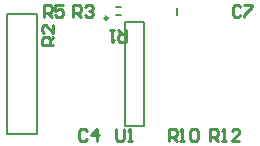
<source format=gto>
G04*
G04 #@! TF.GenerationSoftware,Altium Limited,Altium Designer,22.9.1 (49)*
G04*
G04 Layer_Color=65535*
%FSLAX25Y25*%
%MOIN*%
G70*
G04*
G04 #@! TF.SameCoordinates,D6CDF33A-5527-4A7C-ACAA-F1F7B6BCBC96*
G04*
G04*
G04 #@! TF.FilePolarity,Positive*
G04*
G01*
G75*
%ADD10C,0.00984*%
%ADD11C,0.00787*%
%ADD12C,0.01000*%
D10*
X88854Y72469D02*
G03*
X88854Y72469I-492J0D01*
G01*
D11*
X94858Y36603D02*
X101157D01*
X94858Y71248D02*
X101157D01*
Y36603D02*
Y71248D01*
X94858Y36603D02*
Y71248D01*
X55500Y34000D02*
X65500D01*
X55500D02*
Y74000D01*
X65500Y34000D02*
Y74000D01*
X55500D02*
X65500D01*
X112205Y73622D02*
Y75984D01*
X91732Y73425D02*
X93307D01*
X91732Y76181D02*
X93307D01*
D12*
X67586Y72835D02*
Y76771D01*
X69554D01*
X70210Y76115D01*
Y74803D01*
X69554Y74147D01*
X67586D01*
X68898D02*
X70210Y72835D01*
X74146Y76771D02*
X71522D01*
Y74803D01*
X72834Y75459D01*
X73490D01*
X74146Y74803D01*
Y73491D01*
X73490Y72835D01*
X72178D01*
X71522Y73491D01*
X91864Y35432D02*
Y32153D01*
X92520Y31497D01*
X93832D01*
X94488Y32153D01*
Y35432D01*
X95800Y31497D02*
X97112D01*
X96456D01*
Y35432D01*
X95800Y34776D01*
X82021D02*
X81365Y35432D01*
X80053D01*
X79397Y34776D01*
Y32153D01*
X80053Y31497D01*
X81365D01*
X82021Y32153D01*
X85301Y31497D02*
Y35432D01*
X83333Y33465D01*
X85957D01*
X133202Y76115D02*
X132546Y76771D01*
X131234D01*
X130578Y76115D01*
Y73491D01*
X131234Y72835D01*
X132546D01*
X133202Y73491D01*
X134514Y76771D02*
X137138D01*
Y76115D01*
X134514Y73491D01*
Y72835D01*
X123033Y31497D02*
Y35432D01*
X125001D01*
X125657Y34776D01*
Y33465D01*
X125001Y32809D01*
X123033D01*
X124345D02*
X125657Y31497D01*
X126969D02*
X128281D01*
X127625D01*
Y35432D01*
X126969Y34776D01*
X132872Y31497D02*
X130249D01*
X132872Y34121D01*
Y34776D01*
X132217Y35432D01*
X130905D01*
X130249Y34776D01*
X109254Y31497D02*
Y35432D01*
X111221D01*
X111877Y34776D01*
Y33465D01*
X111221Y32809D01*
X109254D01*
X110565D02*
X111877Y31497D01*
X113189D02*
X114501D01*
X113845D01*
Y35432D01*
X113189Y34776D01*
X116469D02*
X117125Y35432D01*
X118437D01*
X119093Y34776D01*
Y32153D01*
X118437Y31497D01*
X117125D01*
X116469Y32153D01*
Y34776D01*
X70865Y63649D02*
X66930D01*
Y65617D01*
X67586Y66273D01*
X68898D01*
X69554Y65617D01*
Y63649D01*
Y64961D02*
X70865Y66273D01*
Y70209D02*
Y67585D01*
X68242Y70209D01*
X67586D01*
X66930Y69553D01*
Y68241D01*
X67586Y67585D01*
X77429Y72835D02*
Y76771D01*
X79397D01*
X80053Y76115D01*
Y74803D01*
X79397Y74147D01*
X77429D01*
X78741D02*
X80053Y72835D01*
X81365Y76115D02*
X82021Y76771D01*
X83333D01*
X83988Y76115D01*
Y75459D01*
X83333Y74803D01*
X82677D01*
X83333D01*
X83988Y74147D01*
Y73491D01*
X83333Y72835D01*
X82021D01*
X81365Y73491D01*
X95095Y68422D02*
Y64486D01*
X93127D01*
X92471Y65142D01*
Y66454D01*
X93127Y67110D01*
X95095D01*
X93783D02*
X92471Y68422D01*
X91159D02*
X89847D01*
X90503D01*
Y64486D01*
X91159Y65142D01*
M02*

</source>
